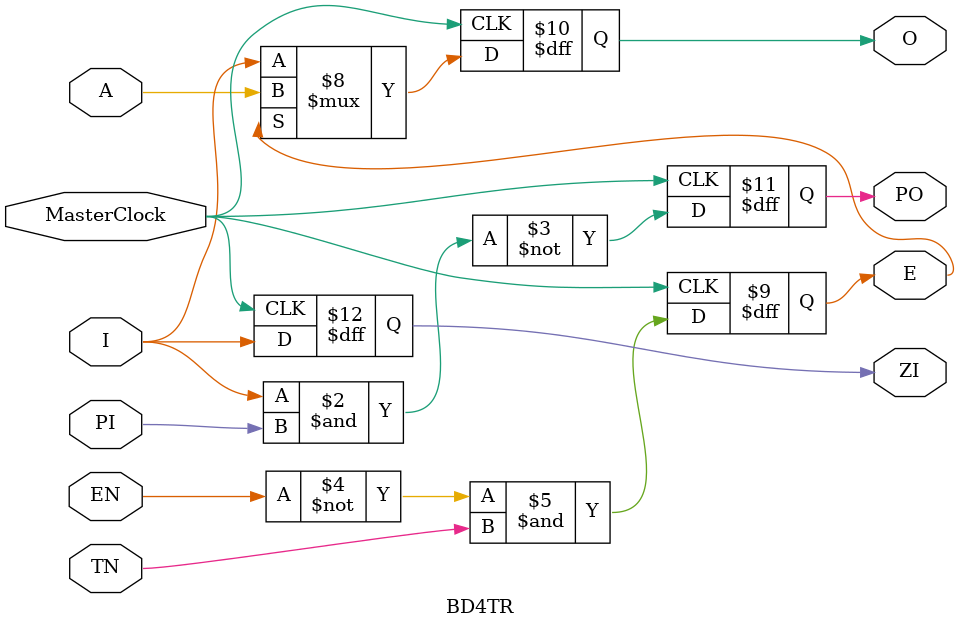
<source format=sv>
module BD4TR
(
    input   I,
    input   A,
`ifndef NO_TEST_SIGNALS
    input   EN,
    input   PI,
    output  reg PO,
`endif
    input   TN,
    output  reg O,
    output  reg E,
    output  reg ZI,

    input MasterClock
);

always @(posedge MasterClock)
begin

`ifdef NO_TEST_SIGNALS
    O<=TN ? A : I;
    ZI<=I;
    E<=TN;
`else
    PO <= ~(I & PI);
    ZI <= I;
    E <= ~(~((~EN) & TN));
    O <= E ? A : I;
`endif

end

endmodule

</source>
